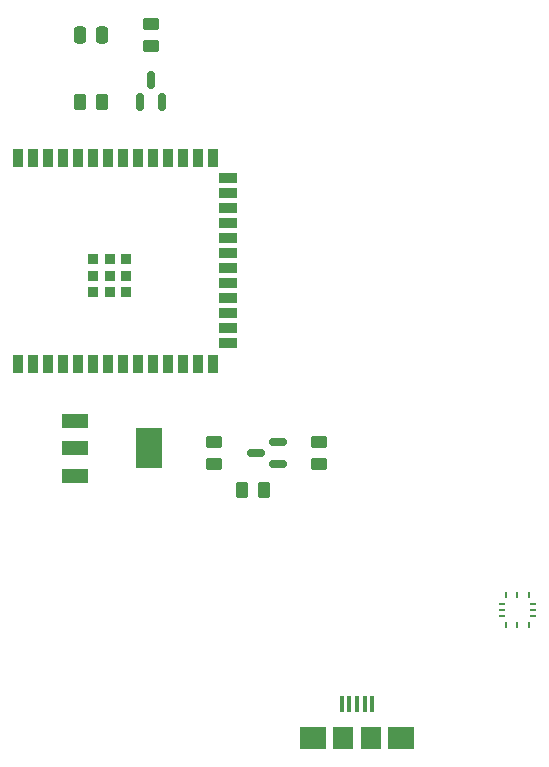
<source format=gbr>
%TF.GenerationSoftware,KiCad,Pcbnew,7.0.10*%
%TF.CreationDate,2024-03-04T00:36:13-06:00*%
%TF.ProjectId,ESP32,45535033-322e-46b6-9963-61645f706362,rev?*%
%TF.SameCoordinates,Original*%
%TF.FileFunction,Paste,Top*%
%TF.FilePolarity,Positive*%
%FSLAX46Y46*%
G04 Gerber Fmt 4.6, Leading zero omitted, Abs format (unit mm)*
G04 Created by KiCad (PCBNEW 7.0.10) date 2024-03-04 00:36:13*
%MOMM*%
%LPD*%
G01*
G04 APERTURE LIST*
G04 Aperture macros list*
%AMRoundRect*
0 Rectangle with rounded corners*
0 $1 Rounding radius*
0 $2 $3 $4 $5 $6 $7 $8 $9 X,Y pos of 4 corners*
0 Add a 4 corners polygon primitive as box body*
4,1,4,$2,$3,$4,$5,$6,$7,$8,$9,$2,$3,0*
0 Add four circle primitives for the rounded corners*
1,1,$1+$1,$2,$3*
1,1,$1+$1,$4,$5*
1,1,$1+$1,$6,$7*
1,1,$1+$1,$8,$9*
0 Add four rect primitives between the rounded corners*
20,1,$1+$1,$2,$3,$4,$5,0*
20,1,$1+$1,$4,$5,$6,$7,0*
20,1,$1+$1,$6,$7,$8,$9,0*
20,1,$1+$1,$8,$9,$2,$3,0*%
%AMOutline5P*
0 Free polygon, 5 corners , with rotation*
0 The origin of the aperture is its center*
0 number of corners: always 5*
0 $1 to $10 corner X, Y*
0 $11 Rotation angle, in degrees counterclockwise*
0 create outline with 5 corners*
4,1,5,$1,$2,$3,$4,$5,$6,$7,$8,$9,$10,$1,$2,$11*%
%AMOutline6P*
0 Free polygon, 6 corners , with rotation*
0 The origin of the aperture is its center*
0 number of corners: always 6*
0 $1 to $12 corner X, Y*
0 $13 Rotation angle, in degrees counterclockwise*
0 create outline with 6 corners*
4,1,6,$1,$2,$3,$4,$5,$6,$7,$8,$9,$10,$11,$12,$1,$2,$13*%
%AMOutline7P*
0 Free polygon, 7 corners , with rotation*
0 The origin of the aperture is its center*
0 number of corners: always 7*
0 $1 to $14 corner X, Y*
0 $15 Rotation angle, in degrees counterclockwise*
0 create outline with 7 corners*
4,1,7,$1,$2,$3,$4,$5,$6,$7,$8,$9,$10,$11,$12,$13,$14,$1,$2,$15*%
%AMOutline8P*
0 Free polygon, 8 corners , with rotation*
0 The origin of the aperture is its center*
0 number of corners: always 8*
0 $1 to $16 corner X, Y*
0 $17 Rotation angle, in degrees counterclockwise*
0 create outline with 8 corners*
4,1,8,$1,$2,$3,$4,$5,$6,$7,$8,$9,$10,$11,$12,$13,$14,$15,$16,$1,$2,$17*%
G04 Aperture macros list end*
%ADD10RoundRect,0.250000X0.450000X-0.262500X0.450000X0.262500X-0.450000X0.262500X-0.450000X-0.262500X0*%
%ADD11RoundRect,0.150000X0.150000X-0.587500X0.150000X0.587500X-0.150000X0.587500X-0.150000X-0.587500X0*%
%ADD12Outline5P,-0.125000X0.150000X-0.025000X0.250000X0.125000X0.250000X0.125000X-0.250000X-0.125000X-0.250000X90.000000*%
%ADD13R,0.500000X0.250000*%
%ADD14R,0.250000X0.500000*%
%ADD15R,0.889000X0.889000*%
%ADD16R,0.889000X1.498600*%
%ADD17R,1.498600X0.889000*%
%ADD18RoundRect,0.250000X-0.262500X-0.450000X0.262500X-0.450000X0.262500X0.450000X-0.262500X0.450000X0*%
%ADD19RoundRect,0.150000X0.587500X0.150000X-0.587500X0.150000X-0.587500X-0.150000X0.587500X-0.150000X0*%
%ADD20R,0.400000X1.400000*%
%ADD21R,2.300000X1.900000*%
%ADD22R,1.800000X1.900000*%
%ADD23RoundRect,0.250000X-0.450000X0.262500X-0.450000X-0.262500X0.450000X-0.262500X0.450000X0.262500X0*%
%ADD24RoundRect,0.250000X0.250000X0.475000X-0.250000X0.475000X-0.250000X-0.475000X0.250000X-0.475000X0*%
%ADD25R,2.200000X1.200000*%
%ADD26R,2.200000X3.500000*%
G04 APERTURE END LIST*
D10*
%TO.C,R5*%
X103909500Y-105640500D03*
X103909500Y-107465500D03*
%TD*%
D11*
%TO.C,Q2*%
X97602000Y-76883500D03*
X99502000Y-76883500D03*
X98552000Y-75008500D03*
%TD*%
D12*
%TO.C,ZMOD1*%
X130870000Y-120358000D03*
D13*
X130870000Y-119858000D03*
X130870000Y-119358000D03*
D14*
X130570000Y-118558000D03*
X129570000Y-118558000D03*
X128570000Y-118558000D03*
D13*
X128270000Y-119358000D03*
X128270000Y-119858000D03*
X128270000Y-120358000D03*
D14*
X128570000Y-121158000D03*
X129570000Y-121158000D03*
X130570000Y-121158000D03*
%TD*%
D15*
%TO.C,U2*%
X93640000Y-90147000D03*
X95040000Y-90147000D03*
X96440000Y-90147000D03*
X96440000Y-91547000D03*
X96440000Y-92947000D03*
X95040000Y-92947000D03*
X93640000Y-92947000D03*
X93640000Y-91547000D03*
X95040000Y-91547000D03*
D16*
X87320000Y-81547000D03*
X88590000Y-81547000D03*
X89860000Y-81547000D03*
X91130000Y-81547000D03*
X92400000Y-81547000D03*
X93670000Y-81547000D03*
X94940000Y-81547000D03*
X96210000Y-81547000D03*
X97480000Y-81547000D03*
X98750000Y-81547000D03*
X100020000Y-81547000D03*
X101290000Y-81547000D03*
X102560000Y-81547000D03*
X103830000Y-81547000D03*
D17*
X105080000Y-83312000D03*
X105080000Y-84582000D03*
X105080000Y-85852000D03*
X105080000Y-87122000D03*
X105080000Y-88392000D03*
X105080000Y-89662000D03*
X105080000Y-90932000D03*
X105080000Y-92202000D03*
X105080000Y-93472000D03*
X105080000Y-94742000D03*
X105080000Y-96012000D03*
X105080000Y-97282000D03*
D16*
X103830000Y-99047000D03*
X102560000Y-99047000D03*
X101290000Y-99047000D03*
X100020000Y-99047000D03*
X98750000Y-99047000D03*
X97480000Y-99047000D03*
X96210000Y-99047000D03*
X94940000Y-99047000D03*
X93670000Y-99047000D03*
X92400000Y-99047000D03*
X91130000Y-99047000D03*
X89860000Y-99047000D03*
X88590000Y-99047000D03*
X87320000Y-99047000D03*
%TD*%
D18*
%TO.C,R9*%
X108100500Y-109728000D03*
X106275500Y-109728000D03*
%TD*%
D10*
%TO.C,R6*%
X98552000Y-72081000D03*
X98552000Y-70256000D03*
%TD*%
D19*
%TO.C,Q1*%
X107417000Y-106553000D03*
X109292000Y-105603000D03*
X109292000Y-107503000D03*
%TD*%
D20*
%TO.C,MicroUSB_5V1A_Wall1*%
X114700000Y-127800000D03*
X115350000Y-127800000D03*
X116000000Y-127800000D03*
X116650000Y-127800000D03*
X117300000Y-127800000D03*
D21*
X112250000Y-130650000D03*
D22*
X114850000Y-130650000D03*
X117150000Y-130650000D03*
D21*
X119750000Y-130650000D03*
%TD*%
D23*
%TO.C,R2*%
X112799500Y-107465500D03*
X112799500Y-105640500D03*
%TD*%
D24*
%TO.C,C2*%
X94422000Y-71168500D03*
X92522000Y-71168500D03*
%TD*%
D25*
%TO.C,U1*%
X92150000Y-103872000D03*
X92150000Y-106172000D03*
X92150000Y-108472000D03*
D26*
X98350000Y-106172000D03*
%TD*%
D18*
%TO.C,R3*%
X92559500Y-76883500D03*
X94384500Y-76883500D03*
%TD*%
M02*

</source>
